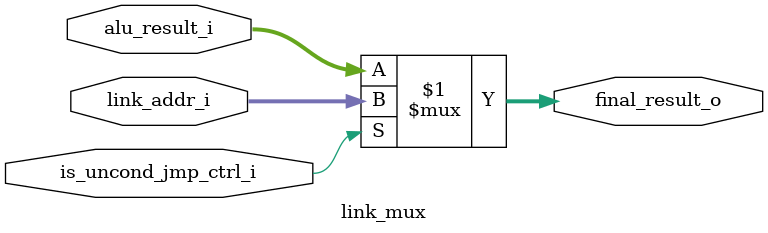
<source format=sv>
module link_mux #(
    parameter DATA_WIDTH = 32,
    parameter ADDR_WIDTH = 32
) (
    input wire [ADDR_WIDTH-1:0] link_addr_i,
    input wire [DATA_WIDTH-1:0] alu_result_i,
    input wire is_uncond_jmp_ctrl_i,
    output wire [DATA_WIDTH-1:0] final_result_o
);

assign final_result_o = is_uncond_jmp_ctrl_i ? link_addr_i : alu_result_i;

endmodule
</source>
